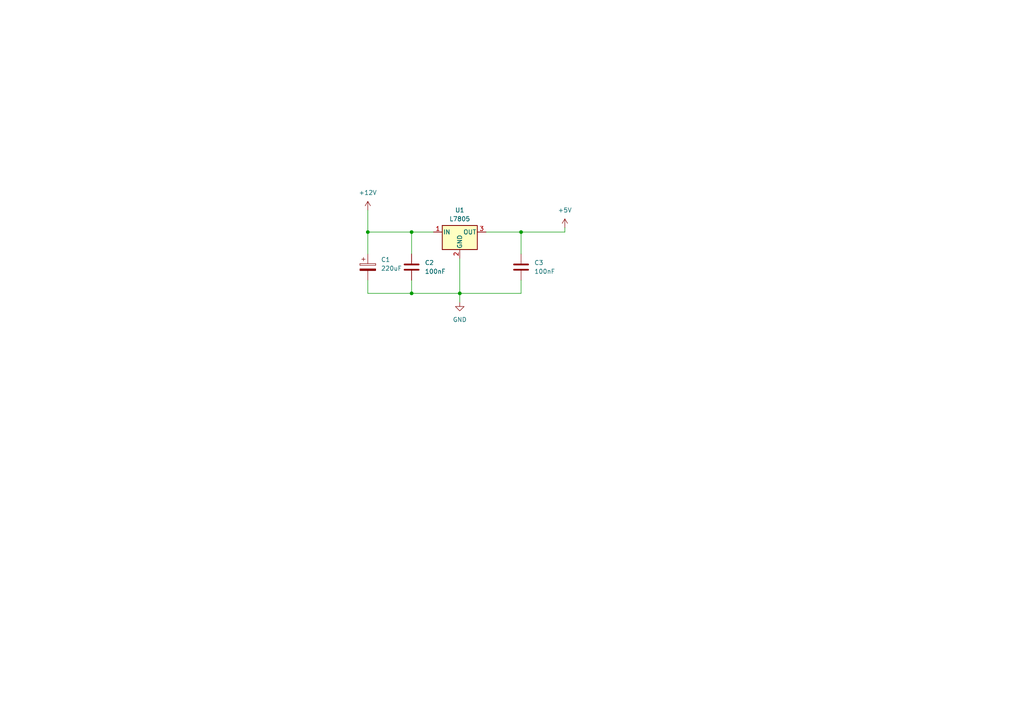
<source format=kicad_sch>
(kicad_sch (version 20231120) (generator "eeschema") (generator_version "8.0")
  (paper "A4")
  (lib_symbols
    (symbol "Device:C" (pin_numbers hide) (pin_names (offset 0.254))
      (property "Reference" "C" (at 0.635 2.54 0))
      (property "Value" "C" (at 0.635 -2.54 0))
      (symbol "C_0_1"
        (polyline (pts (xy -2.032 -0.762) (xy 2.032 -0.762)) (stroke (width 0.508)))
        (polyline (pts (xy -2.032 0.762) (xy 2.032 0.762)) (stroke (width 0.508)))
      )
      (symbol "C_1_1"
        (pin passive line (at 0 3.81 270) (length 2.794) (name "~") (number "1"))
        (pin passive line (at 0 -3.81 90) (length 2.794) (name "~") (number "2"))
      )
    )
    (symbol "Device:C_Polarized" (pin_numbers hide) (pin_names (offset 0.254))
      (property "Reference" "C" (at 0.635 2.54 0))
      (property "Value" "C_Polarized" (at 0.635 -2.54 0))
      (symbol "C_Polarized_0_1"
        (rectangle (start -2.286 0.508) (end 2.286 1.016))
        (polyline (pts (xy -1.778 2.286) (xy -0.762 2.286)))
        (polyline (pts (xy -1.27 2.794) (xy -1.27 1.778)))
        (rectangle (start 2.286 -0.508) (end -2.286 -1.016) (fill (type outline)))
      )
      (symbol "C_Polarized_1_1"
        (pin passive line (at 0 3.81 270) (length 2.794) (name "~") (number "1"))
        (pin passive line (at 0 -3.81 90) (length 2.794) (name "~") (number "2"))
      )
    )
    (symbol "Regulator_Linear:L7805" (pin_names (offset 0.254))
      (property "Reference" "U" (at -3.81 3.175 0))
      (property "Value" "L7805" (at 0 3.175 0))
      (symbol "L7805_0_1"
        (rectangle (start -5.08 1.905) (end 5.08 -5.08) (stroke (width 0.254)) (fill (type background)))
      )
      (symbol "L7805_1_1"
        (pin power_in line (at -7.62 0 0) (length 2.54) (name "IN") (number "1"))
        (pin power_in line (at 0 -7.62 90) (length 2.54) (name "GND") (number "2"))
        (pin power_out line (at 7.62 0 180) (length 2.54) (name "OUT") (number "3"))
      )
    )
    (symbol "power:+12V" (power) (pin_numbers hide) (pin_names (offset 0) hide)
      (property "Value" "+12V" (at 0 3.556 0))
      (symbol "+12V_0_1"
        (polyline (pts (xy -0.762 1.27) (xy 0 2.54)))
        (polyline (pts (xy 0 0) (xy 0 2.54)))
        (polyline (pts (xy 0 2.54) (xy 0.762 1.27)))
      )
      (symbol "+12V_1_1"
        (pin power_in line (at 0 0 90) (length 0) (name "~") (number "1"))
      )
    )
    (symbol "power:+5V" (power) (pin_numbers hide) (pin_names (offset 0) hide)
      (property "Value" "+5V" (at 0 3.556 0))
      (symbol "+5V_0_1"
        (polyline (pts (xy -0.762 1.27) (xy 0 2.54)))
        (polyline (pts (xy 0 0) (xy 0 2.54)))
        (polyline (pts (xy 0 2.54) (xy 0.762 1.27)))
      )
      (symbol "+5V_1_1"
        (pin power_in line (at 0 0 90) (length 0) (name "~") (number "1"))
      )
    )
    (symbol "power:GND" (power) (pin_numbers hide) (pin_names (offset 0) hide)
      (property "Value" "GND" (at 0 -3.81 0))
      (symbol "GND_0_1"
        (polyline (pts (xy 0 0) (xy 0 -1.27) (xy 1.27 -1.27) (xy 0 -2.54) (xy -1.27 -1.27) (xy 0 -1.27)))
      )
      (symbol "GND_1_1"
        (pin power_in line (at 0 0 270) (length 0) (name "~") (number "1"))
      )
    )
  )
  (junction (at 119.38 67.31))
  (junction (at 106.68 67.31))
  (junction (at 151.13 67.31))
  (junction (at 133.35 85.09))
  (junction (at 119.38 85.09))
  (wire (pts (xy 163.83 67.31) (xy 151.13 67.31)))
  (wire (pts (xy 151.13 67.31) (xy 140.97 67.31)))
  (wire (pts (xy 133.35 74.93) (xy 133.35 85.09)))
  (wire (pts (xy 106.68 81.28) (xy 106.68 85.09)))
  (wire (pts (xy 151.13 81.28) (xy 151.13 85.09)))
  (wire (pts (xy 119.38 85.09) (xy 133.35 85.09)))
  (wire (pts (xy 106.68 60.96) (xy 106.68 67.31)))
  (wire (pts (xy 119.38 73.66) (xy 119.38 67.31)))
  (wire (pts (xy 106.68 73.66) (xy 106.68 67.31)))
  (wire (pts (xy 133.35 85.09) (xy 133.35 87.63)))
  (wire (pts (xy 151.13 73.66) (xy 151.13 67.31)))
  (wire (pts (xy 163.83 66.04) (xy 163.83 67.31)))
  (wire (pts (xy 151.13 85.09) (xy 133.35 85.09)))
  (wire (pts (xy 119.38 67.31) (xy 125.73 67.31)))
  (wire (pts (xy 106.68 67.31) (xy 119.38 67.31)))
  (wire (pts (xy 119.38 81.28) (xy 119.38 85.09)))
  (wire (pts (xy 106.68 85.09) (xy 119.38 85.09)))
  (symbol (lib_id "power:GND") (at 133.35 87.63 0) (unit 1)
    (property "Reference" "#PWR04" (effects (hide yes)))
    (property "Value" "GND" (at 133.35 92.71 0))
    (property "Description" "Power symbol creates a global label with name \"GND\" , ground" (effects (hide yes)))
  )
  (symbol (lib_id "power:+5V") (at 163.83 66.04 0) (unit 1)
    (property "Reference" "#PWR05" (effects (hide yes)))
    (property "Value" "+5V" (at 163.83 60.96 0))
    (property "Description" "Power symbol creates a global label with name \"+5V\"" (effects (hide yes)))
  )
  (symbol (lib_id "Device:C") (at 151.13 77.47 0) (unit 1)
    (property "Reference" "C3" (at 154.94 76.1999 0) (effects (justify left)))
    (property "Value" "100nF" (at 154.94 78.7399 0) (effects (justify left)))
    (property "Footprint" "Capacitor_SMD:C_1206_3216Metric_Pad1.33x1.80mm_HandSolder" (effects (hide yes)))
    (property "Description" "Unpolarized capacitor" (effects (hide yes)))
  )
  (symbol (lib_id "Device:C_Polarized") (at 106.68 77.47 0) (unit 1)
    (property "Reference" "C1" (at 110.49 75.3109 0) (effects (justify left)))
    (property "Value" "220uF" (at 110.49 77.8509 0) (effects (justify left)))
    (property "Footprint" "Capacitor_THT:CP_Radial_D6.3mm_P2.50mm" (effects (hide yes)))
    (property "Description" "Polarized capacitor" (effects (hide yes)))
  )
  (symbol (lib_id "Device:C") (at 119.38 77.47 0) (unit 1)
    (property "Reference" "C2" (at 123.19 76.1999 0) (effects (justify left)))
    (property "Value" "100nF" (at 123.19 78.7399 0) (effects (justify left)))
    (property "Footprint" "Capacitor_SMD:C_1206_3216Metric_Pad1.33x1.80mm_HandSolder" (effects (hide yes)))
    (property "Description" "Unpolarized capacitor" (effects (hide yes)))
  )
  (symbol (lib_id "Regulator_Linear:L7805") (at 133.35 67.31 0) (unit 1)
    (property "Reference" "U1" (at 133.35 60.96 0))
    (property "Value" "L7805" (at 133.35 63.5 0))
    (property "Footprint" "Package_TO_SOT_THT:TO-220-3_Horizontal_TabDown" (effects (hide yes)))
    (property "Datasheet" "http://www.st.com/content/ccc/resource/technical/document/datasheet/41/4f/b3/b0/12/d4/47/88/CD00000444.pdf/files/CD00000444.pdf/jcr:content/translations/en.CD00000444.pdf" (effects (hide yes)))
    (property "Description" "Positive 1.5A 35V Linear Regulator, Fixed Output 5V, TO-220/TO-263/TO-252" (effects (hide yes)))
  )
  (symbol (lib_id "power:+12V") (at 106.68 60.96 0) (unit 1)
    (property "Reference" "#PWR022" (effects (hide yes)))
    (property "Value" "+12V" (at 106.68 55.88 0))
    (property "Description" "Power symbol creates a global label with name \"+12V\"" (effects (hide yes)))
  )
)
</source>
